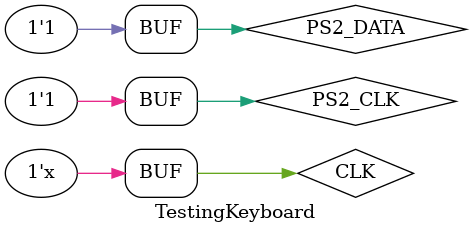
<source format=v>
`timescale 1ns / 1ps

module TestingKeyboard;

	// Inputs
	reg CLK;
	reg PS2_CLK;
	reg PS2_DATA;

	// Outputs
	wire [7:0] LED;	//keyboard data signal
    wire [6:0] SEG;    
    wire [3:0] DISP;
    wire transfer_finish;
    wire code_out;


	// Instantiate the Unit Under Test (UUT)
	Keyboard uut (
	.CLK(CLK),
    .PS2_CLK(PS2_CLK), 
    .PS2_DATA(PS2_DATA),
    .SEG(SEG),
    .DISP(DISP),
    .LED(LED),
    .transfer_finish(transfer_finish),
    .code_out(code_out)
	);


	
	initial begin
		// Initialize Inputs
		CLK = 1;
		PS2_CLK = 1;
		PS2_DATA = 1;

		// Wait 100 ns for global reset to finish
		#100;
		
		#45 PS2_DATA = 0; //START 0
        #5 PS2_CLK = 0;
        #50 PS2_CLK = 1;
        
        #45 PS2_DATA = 1; //1
        #5 PS2_CLK = 0;
        #50 PS2_CLK = 1;
        
        #45 PS2_DATA = 0; //2
        #5 PS2_CLK = 0;
        #50 PS2_CLK = 1;

        #45 PS2_DATA = 1; //3
        #5 PS2_CLK = 0;
        #50 PS2_CLK = 1;
        
        #45 PS2_DATA = 0; //4
        #5 PS2_CLK = 0;
        #50 PS2_CLK = 1;
        
        #45 PS2_DATA = 1; //5
        #5 PS2_CLK = 0;
        #50 PS2_CLK = 1;

        #45 PS2_DATA = 1; //6
        #5 PS2_CLK = 0;
        #50 PS2_CLK = 1;
        
        #45 PS2_DATA = 1; //7
        #5 PS2_CLK = 0;
        #50 PS2_CLK = 1;
        
        #45 PS2_DATA = 0; //8
        #5 PS2_CLK = 0;
        #50 PS2_CLK = 1;
        
        #45 PS2_DATA = 0; //PARITY 9
        #5 PS2_CLK = 0;
        #50 PS2_CLK = 1;
        
        #45 PS2_DATA = 1;// STOP 10
        #5 PS2_CLK = 0;
        #50 PS2_CLK = 1;
        
        
        #45 PS2_DATA = 0; //START 0
		#5 PS2_CLK = 0;
		#50 PS2_CLK = 1;
		
		#45 PS2_DATA = 1; //1
		#5 PS2_CLK = 0;
		#50 PS2_CLK = 1;
		
		#45 PS2_DATA = 0; //2
		#5 PS2_CLK = 0;
		#50 PS2_CLK = 1;

		#45 PS2_DATA = 1; //3
		#5 PS2_CLK = 0;
		#50 PS2_CLK = 1;
		
		#45 PS2_DATA = 0; //4
		#5 PS2_CLK = 0;
		#50 PS2_CLK = 1;
		
		#45 PS2_DATA = 1; //5
		#5 PS2_CLK = 0;
		#50 PS2_CLK = 1;

		#45 PS2_DATA = 1; //6
		#5 PS2_CLK = 0;
		#50 PS2_CLK = 1;
		
		#45 PS2_DATA = 1; //7
		#5 PS2_CLK = 0;
		#50 PS2_CLK = 1;
		
		#45 PS2_DATA = 0; //8
		#5 PS2_CLK = 0;
		#50 PS2_CLK = 1;
		
		#45 PS2_DATA = 0; //PARITY 9
		#5 PS2_CLK = 0;
		#50 PS2_CLK = 1;
		
		#45 PS2_DATA = 1;// STOP 10
		#5 PS2_CLK = 0;
		#50 PS2_CLK = 1;
		// Add stimulus here
		
		#45 PS2_DATA = 0; //START 0
		#5 PS2_CLK = 0;
		#50 PS2_CLK = 1;
		
		#45 PS2_DATA = 0; //1
		#5 PS2_CLK = 0;
		#50 PS2_CLK = 1;
		
		#45 PS2_DATA = 0; //2
		#5 PS2_CLK = 0;
		#50 PS2_CLK = 1;

		#45 PS2_DATA = 0; //3
		#5 PS2_CLK = 0;
		#50 PS2_CLK = 1;
		
		#45 PS2_DATA = 0; //4
		#5 PS2_CLK = 0;
		#50 PS2_CLK = 1;
		
		#45 PS2_DATA = 1; //5
		#5 PS2_CLK = 0;
		#50 PS2_CLK = 1;

		#45 PS2_DATA = 1; //6
		#5 PS2_CLK = 0;
		#50 PS2_CLK = 1;
		
		#45 PS2_DATA = 1; //7
		#5 PS2_CLK = 0;
		#50 PS2_CLK = 1;
		
		#45 PS2_DATA = 1; //8
		#5 PS2_CLK = 0;
		#50 PS2_CLK = 1;
		
		#45 PS2_DATA = 1; //PARITY 9
		#5 PS2_CLK = 0;
		#50 PS2_CLK = 1;
		
		#45 PS2_DATA = 1;// STOP 10
		#5 PS2_CLK = 0;
		#50 PS2_CLK = 1;
	//BRAKE CODE
	end
	
	always #1 CLK=~CLK;
	
      
endmodule


</source>
